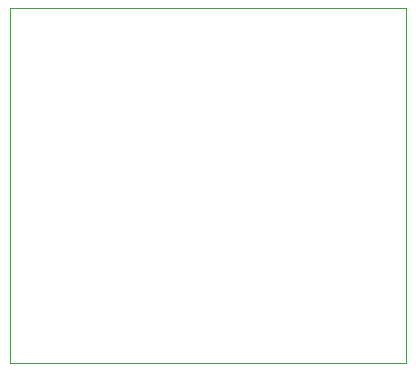
<source format=gbr>
%TF.GenerationSoftware,KiCad,Pcbnew,9.0.6*%
%TF.CreationDate,2025-12-25T16:33:08+05:30*%
%TF.ProjectId,GitHub2,47697448-7562-4322-9e6b-696361645f70,rev?*%
%TF.SameCoordinates,Original*%
%TF.FileFunction,Profile,NP*%
%FSLAX46Y46*%
G04 Gerber Fmt 4.6, Leading zero omitted, Abs format (unit mm)*
G04 Created by KiCad (PCBNEW 9.0.6) date 2025-12-25 16:33:08*
%MOMM*%
%LPD*%
G01*
G04 APERTURE LIST*
%TA.AperFunction,Profile*%
%ADD10C,0.050000*%
%TD*%
G04 APERTURE END LIST*
D10*
X12500000Y-12500000D02*
X46000000Y-12500000D01*
X46000000Y-42500000D01*
X12500000Y-42500000D01*
X12500000Y-12500000D01*
M02*

</source>
